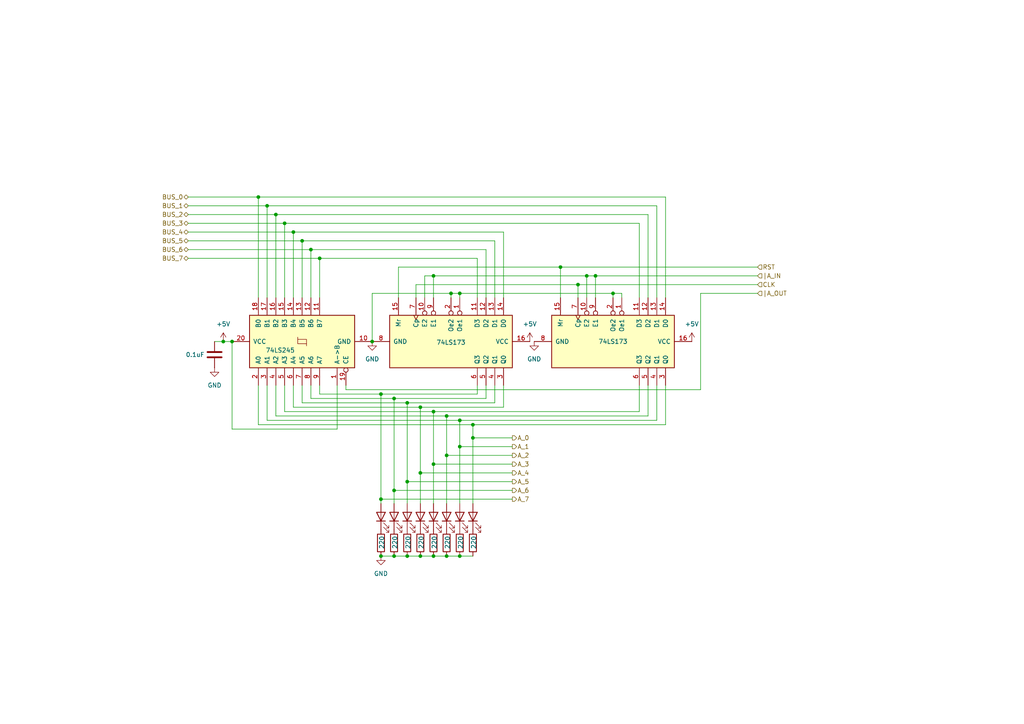
<source format=kicad_sch>
(kicad_sch (version 20231120) (generator "eeschema") (generator_version "8.0")
  (paper "A4")
  (lib_symbols
    (symbol "74xx:74LS173" (pin_names (offset 1.016))
      (property "Reference" "U" (at -7.62 19.05 0))
      (property "Value" "74LS173" (at -7.62 -19.05 0))
      (symbol "74LS173_1_0"
        (pin input inverted (at -12.7 2.54 0) (length 5.08) (name "Oe1") (number "1"))
        (pin input inverted (at -12.7 -7.62 0) (length 5.08) (name "E2") (number "10"))
        (pin input line (at -12.7 7.62 0) (length 5.08) (name "D3") (number "11"))
        (pin input line (at -12.7 10.16 0) (length 5.08) (name "D2") (number "12"))
        (pin input line (at -12.7 12.7 0) (length 5.08) (name "D1") (number "13"))
        (pin input line (at -12.7 15.24 0) (length 5.08) (name "D0") (number "14"))
        (pin input line (at -12.7 -15.24 0) (length 5.08) (name "Mr") (number "15"))
        (pin power_in line (at 0 22.86 270) (length 5.08) (name "VCC") (number "16"))
        (pin input inverted (at -12.7 0 0) (length 5.08) (name "Oe2") (number "2"))
        (pin tri_state line (at 12.7 15.24 180) (length 5.08) (name "Q0") (number "3"))
        (pin tri_state line (at 12.7 12.7 180) (length 5.08) (name "Q1") (number "4"))
        (pin tri_state line (at 12.7 10.16 180) (length 5.08) (name "Q2") (number "5"))
        (pin tri_state line (at 12.7 7.62 180) (length 5.08) (name "Q3") (number "6"))
        (pin input clock (at -12.7 -10.16 0) (length 5.08) (name "Cp") (number "7"))
        (pin power_in line (at 0 -22.86 90) (length 5.08) (name "GND") (number "8"))
        (pin input inverted (at -12.7 -5.08 0) (length 5.08) (name "E1") (number "9"))
      )
      (symbol "74LS173_1_1"
        (rectangle (start -7.62 17.78) (end 7.62 -17.78) (stroke (width 0.254)) (fill (type background)))
      )
    )
    (symbol "74xx:74LS245" (pin_names (offset 1.016))
      (property "Reference" "U" (at -7.62 16.51 0))
      (property "Value" "74LS245" (at -7.62 -16.51 0))
      (symbol "74LS245_1_0"
        (polyline (pts (xy -0.635 -1.27) (xy -0.635 1.27) (xy 0.635 1.27)))
        (polyline (pts (xy -1.27 -1.27) (xy 0.635 -1.27) (xy 0.635 1.27) (xy 1.27 1.27)))
        (pin input line (at -12.7 -10.16 0) (length 5.08) (name "A->B") (number "1"))
        (pin power_in line (at 0 -20.32 90) (length 5.08) (name "GND") (number "10"))
        (pin tri_state line (at 12.7 -5.08 180) (length 5.08) (name "B7") (number "11"))
        (pin tri_state line (at 12.7 -2.54 180) (length 5.08) (name "B6") (number "12"))
        (pin tri_state line (at 12.7 0 180) (length 5.08) (name "B5") (number "13"))
        (pin tri_state line (at 12.7 2.54 180) (length 5.08) (name "B4") (number "14"))
        (pin tri_state line (at 12.7 5.08 180) (length 5.08) (name "B3") (number "15"))
        (pin tri_state line (at 12.7 7.62 180) (length 5.08) (name "B2") (number "16"))
        (pin tri_state line (at 12.7 10.16 180) (length 5.08) (name "B1") (number "17"))
        (pin tri_state line (at 12.7 12.7 180) (length 5.08) (name "B0") (number "18"))
        (pin input inverted (at -12.7 -12.7 0) (length 5.08) (name "CE") (number "19"))
        (pin tri_state line (at -12.7 12.7 0) (length 5.08) (name "A0") (number "2"))
        (pin power_in line (at 0 20.32 270) (length 5.08) (name "VCC") (number "20"))
        (pin tri_state line (at -12.7 10.16 0) (length 5.08) (name "A1") (number "3"))
        (pin tri_state line (at -12.7 7.62 0) (length 5.08) (name "A2") (number "4"))
        (pin tri_state line (at -12.7 5.08 0) (length 5.08) (name "A3") (number "5"))
        (pin tri_state line (at -12.7 2.54 0) (length 5.08) (name "A4") (number "6"))
        (pin tri_state line (at -12.7 0 0) (length 5.08) (name "A5") (number "7"))
        (pin tri_state line (at -12.7 -2.54 0) (length 5.08) (name "A6") (number "8"))
        (pin tri_state line (at -12.7 -5.08 0) (length 5.08) (name "A7") (number "9"))
      )
      (symbol "74LS245_1_1"
        (rectangle (start -7.62 15.24) (end 7.62 -15.24) (stroke (width 0.254)) (fill (type background)))
      )
    )
    (symbol "Device:C" (pin_numbers hide) (pin_names (offset 0.254))
      (property "Reference" "C" (at 0.635 2.54 0))
      (property "Value" "C" (at 0.635 -2.54 0))
      (symbol "C_0_1"
        (polyline (pts (xy -2.032 -0.762) (xy 2.032 -0.762)) (stroke (width 0.508)))
        (polyline (pts (xy -2.032 0.762) (xy 2.032 0.762)) (stroke (width 0.508)))
      )
      (symbol "C_1_1"
        (pin passive line (at 0 3.81 270) (length 2.794) (name "~") (number "1"))
        (pin passive line (at 0 -3.81 90) (length 2.794) (name "~") (number "2"))
      )
    )
    (symbol "Device:LED" (pin_numbers hide) (pin_names (offset 1.016) hide)
      (property "Reference" "D" (at 0 2.54 0))
      (property "Value" "LED" (at 0 -2.54 0))
      (symbol "LED_0_1"
        (polyline (pts (xy -1.27 -1.27) (xy -1.27 1.27)) (stroke (width 0.254)))
        (polyline (pts (xy -1.27 0) (xy 1.27 0)))
        (polyline (pts (xy 1.27 -1.27) (xy 1.27 1.27) (xy -1.27 0) (xy 1.27 -1.27)) (stroke (width 0.254)))
        (polyline (pts (xy -3.048 -0.762) (xy -4.572 -2.286) (xy -3.81 -2.286) (xy -4.572 -2.286) (xy -4.572 -1.524)))
        (polyline (pts (xy -1.778 -0.762) (xy -3.302 -2.286) (xy -2.54 -2.286) (xy -3.302 -2.286) (xy -3.302 -1.524)))
      )
      (symbol "LED_1_1"
        (pin passive line (at -3.81 0 0) (length 2.54) (name "K") (number "1"))
        (pin passive line (at 3.81 0 180) (length 2.54) (name "A") (number "2"))
      )
    )
    (symbol "Device:R" (pin_numbers hide) (pin_names (offset 0))
      (property "Reference" "R" (at 2.032 0 90))
      (property "Value" "R" (at 0 0 90))
      (symbol "R_0_1"
        (rectangle (start -1.016 -2.54) (end 1.016 2.54) (stroke (width 0.254)))
      )
      (symbol "R_1_1"
        (pin passive line (at 0 3.81 270) (length 1.27) (name "~") (number "1"))
        (pin passive line (at 0 -3.81 90) (length 1.27) (name "~") (number "2"))
      )
    )
    (symbol "power:+5V" (power) (pin_numbers hide) (pin_names (offset 0) hide)
      (property "Value" "+5V" (at 0 3.556 0))
      (symbol "+5V_0_1"
        (polyline (pts (xy -0.762 1.27) (xy 0 2.54)))
        (polyline (pts (xy 0 0) (xy 0 2.54)))
        (polyline (pts (xy 0 2.54) (xy 0.762 1.27)))
      )
      (symbol "+5V_1_1"
        (pin power_in line (at 0 0 90) (length 0) (name "~") (number "1"))
      )
    )
    (symbol "power:GND" (power) (pin_numbers hide) (pin_names (offset 0) hide)
      (property "Value" "GND" (at 0 -3.81 0))
      (symbol "GND_0_1"
        (polyline (pts (xy 0 0) (xy 0 -1.27) (xy 1.27 -1.27) (xy 0 -2.54) (xy -1.27 -1.27) (xy 0 -1.27)))
      )
      (symbol "GND_1_1"
        (pin power_in line (at 0 0 270) (length 0) (name "~") (number "1"))
      )
    )
  )
  (junction (at 77.47 59.69))
  (junction (at 162.56 77.47))
  (junction (at 121.92 161.29))
  (junction (at 85.09 67.31))
  (junction (at 114.3 142.24))
  (junction (at 110.49 114.3))
  (junction (at 118.11 139.7))
  (junction (at 82.55 64.77))
  (junction (at 172.72 80.01))
  (junction (at 64.77 99.06))
  (junction (at 121.92 137.16))
  (junction (at 67.31 99.06))
  (junction (at 80.01 62.23))
  (junction (at 121.92 118.11))
  (junction (at 130.81 85.09))
  (junction (at 125.73 161.29))
  (junction (at 87.63 69.85))
  (junction (at 118.11 161.29))
  (junction (at 129.54 120.65))
  (junction (at 133.35 161.29))
  (junction (at 118.11 116.84))
  (junction (at 133.35 121.92))
  (junction (at 114.3 161.29))
  (junction (at 125.73 119.38))
  (junction (at 137.16 127))
  (junction (at 74.93 57.15))
  (junction (at 133.35 85.09))
  (junction (at 170.18 80.01))
  (junction (at 110.49 161.29))
  (junction (at 129.54 132.08))
  (junction (at 110.49 144.78))
  (junction (at 114.3 115.57))
  (junction (at 107.95 99.06))
  (junction (at 137.16 123.19))
  (junction (at 133.35 129.54))
  (junction (at 125.73 134.62))
  (junction (at 167.64 82.55))
  (junction (at 177.8 85.09))
  (junction (at 90.17 72.39))
  (junction (at 92.71 74.93))
  (junction (at 125.73 80.01))
  (junction (at 129.54 161.29))
  (wire (pts (xy 121.92 118.11) (xy 146.05 118.11)))
  (wire (pts (xy 170.18 80.01) (xy 170.18 86.36)))
  (wire (pts (xy 167.64 82.55) (xy 167.64 86.36)))
  (wire (pts (xy 193.04 111.76) (xy 193.04 123.19)))
  (wire (pts (xy 177.8 85.09) (xy 177.8 86.36)))
  (wire (pts (xy 74.93 57.15) (xy 193.04 57.15)))
  (wire (pts (xy 143.51 116.84) (xy 143.51 111.76)))
  (wire (pts (xy 92.71 74.93) (xy 138.43 74.93)))
  (wire (pts (xy 90.17 115.57) (xy 114.3 115.57)))
  (wire (pts (xy 110.49 161.29) (xy 114.3 161.29)))
  (wire (pts (xy 64.77 99.06) (xy 67.31 99.06)))
  (wire (pts (xy 54.61 57.15) (xy 74.93 57.15)))
  (wire (pts (xy 177.8 85.09) (xy 180.34 85.09)))
  (wire (pts (xy 143.51 69.85) (xy 143.51 86.36)))
  (wire (pts (xy 129.54 132.08) (xy 129.54 146.05)))
  (wire (pts (xy 185.42 111.76) (xy 185.42 119.38)))
  (wire (pts (xy 187.96 62.23) (xy 80.01 62.23)))
  (wire (pts (xy 133.35 161.29) (xy 137.16 161.29)))
  (wire (pts (xy 133.35 121.92) (xy 133.35 129.54)))
  (wire (pts (xy 172.72 80.01) (xy 170.18 80.01)))
  (wire (pts (xy 77.47 121.92) (xy 133.35 121.92)))
  (wire (pts (xy 137.16 123.19) (xy 193.04 123.19)))
  (wire (pts (xy 138.43 74.93) (xy 138.43 86.36)))
  (wire (pts (xy 87.63 69.85) (xy 143.51 69.85)))
  (wire (pts (xy 125.73 134.62) (xy 148.59 134.62)))
  (wire (pts (xy 130.81 85.09) (xy 130.81 86.36)))
  (wire (pts (xy 54.61 67.31) (xy 85.09 67.31)))
  (wire (pts (xy 130.81 85.09) (xy 133.35 85.09)))
  (wire (pts (xy 137.16 127) (xy 137.16 146.05)))
  (wire (pts (xy 129.54 132.08) (xy 148.59 132.08)))
  (wire (pts (xy 133.35 121.92) (xy 190.5 121.92)))
  (wire (pts (xy 118.11 139.7) (xy 118.11 146.05)))
  (wire (pts (xy 87.63 69.85) (xy 87.63 86.36)))
  (wire (pts (xy 190.5 121.92) (xy 190.5 111.76)))
  (wire (pts (xy 167.64 82.55) (xy 219.71 82.55)))
  (wire (pts (xy 85.09 67.31) (xy 146.05 67.31)))
  (wire (pts (xy 170.18 80.01) (xy 125.73 80.01)))
  (wire (pts (xy 82.55 64.77) (xy 185.42 64.77)))
  (wire (pts (xy 121.92 137.16) (xy 121.92 146.05)))
  (wire (pts (xy 167.64 82.55) (xy 120.65 82.55)))
  (wire (pts (xy 190.5 59.69) (xy 190.5 86.36)))
  (wire (pts (xy 54.61 64.77) (xy 82.55 64.77)))
  (wire (pts (xy 187.96 120.65) (xy 187.96 111.76)))
  (wire (pts (xy 121.92 137.16) (xy 148.59 137.16)))
  (wire (pts (xy 74.93 57.15) (xy 74.93 86.36)))
  (wire (pts (xy 125.73 119.38) (xy 125.73 134.62)))
  (wire (pts (xy 140.97 111.76) (xy 140.97 115.57)))
  (wire (pts (xy 162.56 77.47) (xy 219.71 77.47)))
  (wire (pts (xy 100.33 113.03) (xy 100.33 111.76)))
  (wire (pts (xy 82.55 111.76) (xy 82.55 119.38)))
  (wire (pts (xy 74.93 123.19) (xy 137.16 123.19)))
  (wire (pts (xy 92.71 74.93) (xy 92.71 86.36)))
  (wire (pts (xy 125.73 80.01) (xy 123.19 80.01)))
  (wire (pts (xy 121.92 118.11) (xy 121.92 137.16)))
  (wire (pts (xy 118.11 116.84) (xy 143.51 116.84)))
  (wire (pts (xy 62.23 99.06) (xy 64.77 99.06)))
  (wire (pts (xy 54.61 62.23) (xy 80.01 62.23)))
  (wire (pts (xy 129.54 161.29) (xy 133.35 161.29)))
  (wire (pts (xy 77.47 59.69) (xy 190.5 59.69)))
  (wire (pts (xy 137.16 127) (xy 148.59 127)))
  (wire (pts (xy 114.3 115.57) (xy 114.3 142.24)))
  (wire (pts (xy 125.73 134.62) (xy 125.73 146.05)))
  (wire (pts (xy 85.09 118.11) (xy 121.92 118.11)))
  (wire (pts (xy 110.49 144.78) (xy 148.59 144.78)))
  (wire (pts (xy 77.47 59.69) (xy 77.47 86.36)))
  (wire (pts (xy 162.56 77.47) (xy 162.56 86.36)))
  (wire (pts (xy 107.95 85.09) (xy 130.81 85.09)))
  (wire (pts (xy 110.49 114.3) (xy 110.49 144.78)))
  (wire (pts (xy 129.54 120.65) (xy 187.96 120.65)))
  (wire (pts (xy 118.11 139.7) (xy 148.59 139.7)))
  (wire (pts (xy 80.01 120.65) (xy 129.54 120.65)))
  (wire (pts (xy 172.72 80.01) (xy 172.72 86.36)))
  (wire (pts (xy 114.3 115.57) (xy 140.97 115.57)))
  (wire (pts (xy 125.73 119.38) (xy 185.42 119.38)))
  (wire (pts (xy 107.95 99.06) (xy 107.95 85.09)))
  (wire (pts (xy 118.11 161.29) (xy 121.92 161.29)))
  (wire (pts (xy 54.61 59.69) (xy 77.47 59.69)))
  (wire (pts (xy 92.71 111.76) (xy 92.71 114.3)))
  (wire (pts (xy 125.73 161.29) (xy 129.54 161.29)))
  (wire (pts (xy 110.49 114.3) (xy 138.43 114.3)))
  (wire (pts (xy 67.31 124.46) (xy 97.79 124.46)))
  (wire (pts (xy 133.35 129.54) (xy 148.59 129.54)))
  (wire (pts (xy 138.43 111.76) (xy 138.43 114.3)))
  (wire (pts (xy 219.71 85.09) (xy 203.2 85.09)))
  (wire (pts (xy 80.01 62.23) (xy 80.01 86.36)))
  (wire (pts (xy 114.3 161.29) (xy 118.11 161.29)))
  (wire (pts (xy 92.71 114.3) (xy 110.49 114.3)))
  (wire (pts (xy 120.65 82.55) (xy 120.65 86.36)))
  (wire (pts (xy 87.63 116.84) (xy 87.63 111.76)))
  (wire (pts (xy 187.96 62.23) (xy 187.96 86.36)))
  (wire (pts (xy 97.79 111.76) (xy 97.79 124.46)))
  (wire (pts (xy 140.97 72.39) (xy 140.97 86.36)))
  (wire (pts (xy 82.55 64.77) (xy 82.55 86.36)))
  (wire (pts (xy 54.61 74.93) (xy 92.71 74.93)))
  (wire (pts (xy 137.16 123.19) (xy 137.16 127)))
  (wire (pts (xy 203.2 113.03) (xy 100.33 113.03)))
  (wire (pts (xy 133.35 85.09) (xy 133.35 86.36)))
  (wire (pts (xy 115.57 77.47) (xy 162.56 77.47)))
  (wire (pts (xy 180.34 85.09) (xy 180.34 86.36)))
  (wire (pts (xy 90.17 111.76) (xy 90.17 115.57)))
  (wire (pts (xy 129.54 120.65) (xy 129.54 132.08)))
  (wire (pts (xy 125.73 80.01) (xy 125.73 86.36)))
  (wire (pts (xy 87.63 116.84) (xy 118.11 116.84)))
  (wire (pts (xy 133.35 85.09) (xy 177.8 85.09)))
  (wire (pts (xy 85.09 67.31) (xy 85.09 86.36)))
  (wire (pts (xy 67.31 99.06) (xy 67.31 124.46)))
  (wire (pts (xy 121.92 161.29) (xy 125.73 161.29)))
  (wire (pts (xy 82.55 119.38) (xy 125.73 119.38)))
  (wire (pts (xy 172.72 80.01) (xy 219.71 80.01)))
  (wire (pts (xy 146.05 111.76) (xy 146.05 118.11)))
  (wire (pts (xy 118.11 116.84) (xy 118.11 139.7)))
  (wire (pts (xy 90.17 72.39) (xy 90.17 86.36)))
  (wire (pts (xy 146.05 67.31) (xy 146.05 86.36)))
  (wire (pts (xy 74.93 123.19) (xy 74.93 111.76)))
  (wire (pts (xy 110.49 144.78) (xy 110.49 146.05)))
  (wire (pts (xy 80.01 111.76) (xy 80.01 120.65)))
  (wire (pts (xy 90.17 72.39) (xy 140.97 72.39)))
  (wire (pts (xy 185.42 64.77) (xy 185.42 86.36)))
  (wire (pts (xy 114.3 142.24) (xy 114.3 146.05)))
  (wire (pts (xy 54.61 72.39) (xy 90.17 72.39)))
  (wire (pts (xy 77.47 111.76) (xy 77.47 121.92)))
  (wire (pts (xy 115.57 77.47) (xy 115.57 86.36)))
  (wire (pts (xy 193.04 57.15) (xy 193.04 86.36)))
  (wire (pts (xy 114.3 142.24) (xy 148.59 142.24)))
  (wire (pts (xy 123.19 80.01) (xy 123.19 86.36)))
  (wire (pts (xy 203.2 85.09) (xy 203.2 113.03)))
  (wire (pts (xy 54.61 69.85) (xy 87.63 69.85)))
  (wire (pts (xy 85.09 118.11) (xy 85.09 111.76)))
  (wire (pts (xy 133.35 129.54) (xy 133.35 146.05)))
  (hierarchical_label "A_4" (shape output) (at 148.59 137.16 0))
  (hierarchical_label "BUS_1" (shape bidirectional) (at 54.61 59.69 180))
  (hierarchical_label "A_0" (shape output) (at 148.59 127 0))
  (hierarchical_label "|A_OUT" (shape input) (at 219.71 85.09 0))
  (hierarchical_label "BUS_7" (shape bidirectional) (at 54.61 74.93 180))
  (hierarchical_label "BUS_3" (shape bidirectional) (at 54.61 64.77 180))
  (hierarchical_label "A_2" (shape output) (at 148.59 132.08 0))
  (hierarchical_label "BUS_4" (shape bidirectional) (at 54.61 67.31 180))
  (hierarchical_label "BUS_2" (shape bidirectional) (at 54.61 62.23 180))
  (hierarchical_label "RST" (shape input) (at 219.71 77.47 0))
  (hierarchical_label "A_1" (shape output) (at 148.59 129.54 0))
  (hierarchical_label "BUS_5" (shape bidirectional) (at 54.61 69.85 180))
  (hierarchical_label "|A_IN" (shape input) (at 219.71 80.01 0))
  (hierarchical_label "A_5" (shape output) (at 148.59 139.7 0))
  (hierarchical_label "A_6" (shape output) (at 148.59 142.24 0))
  (hierarchical_label "A_7" (shape output) (at 148.59 144.78 0))
  (hierarchical_label "A_3" (shape output) (at 148.59 134.62 0))
  (hierarchical_label "BUS_0" (shape bidirectional) (at 54.61 57.15 180))
  (hierarchical_label "CLK" (shape input) (at 219.71 82.55 0))
  (hierarchical_label "BUS_6" (shape bidirectional) (at 54.61 72.39 180))
  (symbol (lib_id "Device:LED") (at 110.49 149.86 90) (unit 1)
    (property "Reference" "D1" (effects (hide yes)))
    (property "Value" "LED" (effects (hide yes)))
    (property "Description" "Light emitting diode" (effects (hide yes)))
  )
  (symbol (lib_id "74xx:74LS173") (at 130.81 99.06 270) (unit 1)
    (property "Reference" "U1" (effects (hide yes)))
    (property "Value" "74LS173" (at 130.81 99.314 90))
    (property "Datasheet" "http://www.ti.com/lit/gpn/sn74LS173" (effects (hide yes)))
    (property "Description" "4-bit D-type Register, 3 state out" (effects (hide yes)))
  )
  (symbol (lib_id "Device:R") (at 114.3 157.48 0) (unit 1)
    (property "Reference" "R2" (effects (hide yes)))
    (property "Value" "220" (at 114.554 159.258 90) (effects (justify left)))
    (property "Description" "Resistor" (effects (hide yes)))
  )
  (symbol (lib_id "power:GND") (at 110.49 161.29 0) (unit 1)
    (property "Reference" "#PWR07" (effects (hide yes)))
    (property "Value" "GND" (at 110.49 166.37 0))
    (property "Description" "Power symbol creates a global label with name \"GND\" , ground" (effects (hide yes)))
  )
  (symbol (lib_id "Device:LED") (at 121.92 149.86 90) (unit 1)
    (property "Reference" "D4" (effects (hide yes)))
    (property "Value" "LED" (effects (hide yes)))
    (property "Description" "Light emitting diode" (effects (hide yes)))
  )
  (symbol (lib_id "74xx:74LS173") (at 177.8 99.06 270) (unit 1)
    (property "Reference" "U2" (effects (hide yes)))
    (property "Value" "74LS173" (at 177.8 99.06 90))
    (property "Datasheet" "http://www.ti.com/lit/gpn/sn74LS173" (effects (hide yes)))
    (property "Description" "4-bit D-type Register, 3 state out" (effects (hide yes)))
  )
  (symbol (lib_id "Device:R") (at 118.11 157.48 0) (unit 1)
    (property "Reference" "R3" (effects (hide yes)))
    (property "Value" "220" (at 118.364 159.258 90) (effects (justify left)))
    (property "Description" "Resistor" (effects (hide yes)))
  )
  (symbol (lib_id "power:GND") (at 154.94 99.06 0) (unit 1)
    (property "Reference" "#PWR06" (effects (hide yes)))
    (property "Value" "GND" (at 154.94 104.14 0))
    (property "Description" "Power symbol creates a global label with name \"GND\" , ground" (effects (hide yes)))
  )
  (symbol (lib_id "Device:R") (at 110.49 157.48 0) (unit 1)
    (property "Reference" "R1" (effects (hide yes)))
    (property "Value" "220" (at 110.744 159.258 90) (effects (justify left)))
    (property "Description" "Resistor" (effects (hide yes)))
  )
  (symbol (lib_id "Device:R") (at 133.35 157.48 0) (unit 1)
    (property "Reference" "R7" (effects (hide yes)))
    (property "Value" "220" (at 133.604 159.258 90) (effects (justify left)))
    (property "Description" "Resistor" (effects (hide yes)))
  )
  (symbol (lib_id "Device:C") (at 62.23 102.87 0) (unit 1)
    (property "Reference" "C1" (effects (hide yes)))
    (property "Value" "0.1uF" (at 53.848 102.87 0) (effects (justify left)))
    (property "Description" "Unpolarized capacitor" (effects (hide yes)))
  )
  (symbol (lib_id "Device:LED") (at 118.11 149.86 90) (unit 1)
    (property "Reference" "D3" (effects (hide yes)))
    (property "Value" "LED" (effects (hide yes)))
    (property "Description" "Light emitting diode" (effects (hide yes)))
  )
  (symbol (lib_id "74xx:74LS245") (at 87.63 99.06 90) (unit 1)
    (property "Reference" "U3" (effects (hide yes)))
    (property "Value" "74LS245" (at 81.28 101.6 90))
    (property "Datasheet" "http://www.ti.com/lit/gpn/sn74LS245" (effects (hide yes)))
    (property "Description" "Octal BUS Transceivers, 3-State outputs" (effects (hide yes)))
  )
  (symbol (lib_id "Device:LED") (at 137.16 149.86 90) (unit 1)
    (property "Reference" "D8" (effects (hide yes)))
    (property "Value" "LED" (effects (hide yes)))
    (property "Description" "Light emitting diode" (effects (hide yes)))
  )
  (symbol (lib_id "power:+5V") (at 200.66 99.06 0) (unit 1)
    (property "Reference" "#PWR04" (effects (hide yes)))
    (property "Value" "+5V" (at 200.66 93.98 0))
    (property "Description" "Power symbol creates a global label with name \"+5V\"" (effects (hide yes)))
  )
  (symbol (lib_id "Device:R") (at 125.73 157.48 0) (unit 1)
    (property "Reference" "R5" (effects (hide yes)))
    (property "Value" "220" (at 125.984 159.258 90) (effects (justify left)))
    (property "Description" "Resistor" (effects (hide yes)))
  )
  (symbol (lib_id "Device:R") (at 129.54 157.48 0) (unit 1)
    (property "Reference" "R6" (effects (hide yes)))
    (property "Value" "220" (at 129.794 159.258 90) (effects (justify left)))
    (property "Description" "Resistor" (effects (hide yes)))
  )
  (symbol (lib_id "Device:LED") (at 133.35 149.86 90) (unit 1)
    (property "Reference" "D7" (effects (hide yes)))
    (property "Value" "LED" (effects (hide yes)))
    (property "Description" "Light emitting diode" (effects (hide yes)))
  )
  (symbol (lib_id "Device:R") (at 121.92 157.48 0) (unit 1)
    (property "Reference" "R4" (effects (hide yes)))
    (property "Value" "220" (at 122.174 159.258 90) (effects (justify left)))
    (property "Description" "Resistor" (effects (hide yes)))
  )
  (symbol (lib_id "Device:LED") (at 114.3 149.86 90) (unit 1)
    (property "Reference" "D2" (effects (hide yes)))
    (property "Value" "LED" (effects (hide yes)))
    (property "Description" "Light emitting diode" (effects (hide yes)))
  )
  (symbol (lib_id "power:+5V") (at 153.67 99.06 0) (unit 1)
    (property "Reference" "#PWR03" (effects (hide yes)))
    (property "Value" "+5V" (at 153.67 93.98 0))
    (property "Description" "Power symbol creates a global label with name \"+5V\"" (effects (hide yes)))
  )
  (symbol (lib_id "power:GND") (at 62.23 106.68 0) (unit 1)
    (property "Reference" "#PWR01" (effects (hide yes)))
    (property "Value" "GND" (at 62.23 111.76 0))
    (property "Description" "Power symbol creates a global label with name \"GND\" , ground" (effects (hide yes)))
  )
  (symbol (lib_id "Device:R") (at 137.16 157.48 0) (unit 1)
    (property "Reference" "R8" (effects (hide yes)))
    (property "Value" "220" (at 137.414 159.258 90) (effects (justify left)))
    (property "Description" "Resistor" (effects (hide yes)))
  )
  (symbol (lib_id "power:GND") (at 107.95 99.06 0) (unit 1)
    (property "Reference" "#PWR05" (effects (hide yes)))
    (property "Value" "GND" (at 107.95 104.14 0))
    (property "Description" "Power symbol creates a global label with name \"GND\" , ground" (effects (hide yes)))
  )
  (symbol (lib_id "power:+5V") (at 64.77 99.06 0) (unit 1)
    (property "Reference" "#PWR02" (effects (hide yes)))
    (property "Value" "+5V" (at 64.77 93.98 0))
    (property "Description" "Power symbol creates a global label with name \"+5V\"" (effects (hide yes)))
  )
  (symbol (lib_id "Device:LED") (at 129.54 149.86 90) (unit 1)
    (property "Reference" "D6" (effects (hide yes)))
    (property "Value" "LED" (effects (hide yes)))
    (property "Description" "Light emitting diode" (effects (hide yes)))
  )
  (symbol (lib_id "Device:LED") (at 125.73 149.86 90) (unit 1)
    (property "Reference" "D5" (effects (hide yes)))
    (property "Value" "LED" (effects (hide yes)))
    (property "Description" "Light emitting diode" (effects (hide yes)))
  )
)
</source>
